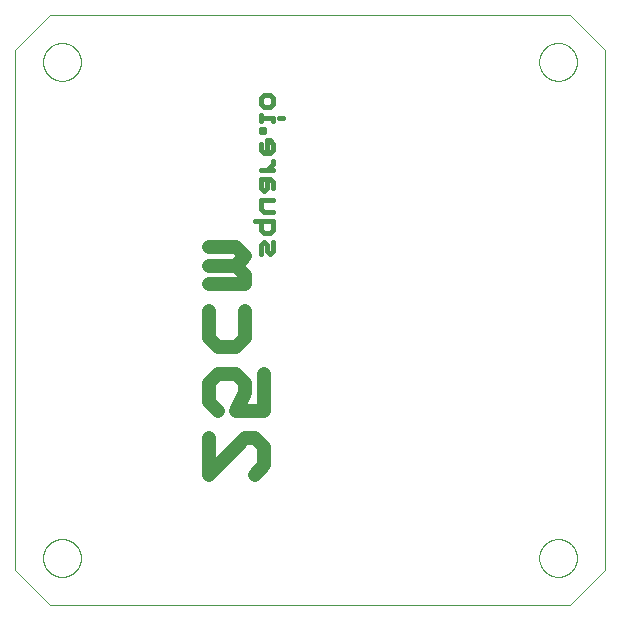
<source format=gbo>
G75*
%MOIN*%
%OFA0B0*%
%FSLAX25Y25*%
%IPPOS*%
%LPD*%
%AMOC8*
5,1,8,0,0,1.08239X$1,22.5*
%
%ADD10C,0.04600*%
%ADD11C,0.01500*%
%ADD12C,0.00000*%
D10*
X0074926Y0052069D02*
X0087203Y0064346D01*
X0090272Y0064346D01*
X0093342Y0061277D01*
X0093342Y0055138D01*
X0090272Y0052069D01*
X0074926Y0052069D02*
X0074926Y0064346D01*
X0077995Y0073247D02*
X0074926Y0076316D01*
X0074926Y0082455D01*
X0077995Y0085524D01*
X0084134Y0085524D01*
X0087203Y0082455D01*
X0087203Y0079386D01*
X0084134Y0073247D01*
X0093342Y0073247D01*
X0093342Y0085524D01*
X0084134Y0094425D02*
X0077995Y0094425D01*
X0074926Y0097494D01*
X0074926Y0106702D01*
X0074926Y0115603D02*
X0087203Y0115603D01*
X0087203Y0118673D01*
X0084134Y0121742D01*
X0087203Y0124811D01*
X0084134Y0127880D01*
X0074926Y0127880D01*
X0074926Y0121742D02*
X0084134Y0121742D01*
X0087203Y0106702D02*
X0087203Y0097494D01*
X0084134Y0094425D01*
D11*
X0092424Y0125533D02*
X0092424Y0128585D01*
X0093442Y0129603D01*
X0094459Y0128585D01*
X0094459Y0126550D01*
X0095477Y0125533D01*
X0096494Y0126550D01*
X0096494Y0129603D01*
X0095477Y0132531D02*
X0093442Y0132531D01*
X0092424Y0133548D01*
X0092424Y0136601D01*
X0090389Y0136601D02*
X0096494Y0136601D01*
X0096494Y0133548D01*
X0095477Y0132531D01*
X0096494Y0139529D02*
X0093442Y0139529D01*
X0092424Y0140546D01*
X0092424Y0143599D01*
X0096494Y0143599D01*
X0093442Y0146527D02*
X0094459Y0147544D01*
X0094459Y0150597D01*
X0095477Y0150597D02*
X0092424Y0150597D01*
X0092424Y0147544D01*
X0093442Y0146527D01*
X0096494Y0147544D02*
X0096494Y0149579D01*
X0095477Y0150597D01*
X0096494Y0153525D02*
X0092424Y0153525D01*
X0094459Y0153525D02*
X0096494Y0155560D01*
X0096494Y0156577D01*
X0095477Y0159356D02*
X0096494Y0160374D01*
X0096494Y0162409D01*
X0095477Y0163427D01*
X0094459Y0163427D01*
X0094459Y0159356D01*
X0093442Y0159356D02*
X0095477Y0159356D01*
X0093442Y0159356D02*
X0092424Y0160374D01*
X0092424Y0162409D01*
X0092424Y0166354D02*
X0092424Y0167372D01*
X0093442Y0167372D01*
X0093442Y0166354D01*
X0092424Y0166354D01*
X0092424Y0169853D02*
X0092424Y0171888D01*
X0092424Y0170871D02*
X0096494Y0170871D01*
X0096494Y0169853D01*
X0098529Y0170871D02*
X0099547Y0170871D01*
X0095477Y0174519D02*
X0096494Y0175536D01*
X0096494Y0177571D01*
X0095477Y0178589D01*
X0093442Y0178589D01*
X0092424Y0177571D01*
X0092424Y0175536D01*
X0093442Y0174519D01*
X0095477Y0174519D01*
D12*
X0010300Y0020311D02*
X0022111Y0008500D01*
X0195339Y0008500D01*
X0207150Y0020311D01*
X0207150Y0193539D01*
X0195339Y0205350D01*
X0022111Y0205350D01*
X0010300Y0193539D01*
X0010300Y0020311D01*
X0019749Y0024248D02*
X0019751Y0024406D01*
X0019757Y0024564D01*
X0019767Y0024722D01*
X0019781Y0024880D01*
X0019799Y0025037D01*
X0019820Y0025194D01*
X0019846Y0025350D01*
X0019876Y0025506D01*
X0019909Y0025661D01*
X0019947Y0025814D01*
X0019988Y0025967D01*
X0020033Y0026119D01*
X0020082Y0026270D01*
X0020135Y0026419D01*
X0020191Y0026567D01*
X0020251Y0026713D01*
X0020315Y0026858D01*
X0020383Y0027001D01*
X0020454Y0027143D01*
X0020528Y0027283D01*
X0020606Y0027420D01*
X0020688Y0027556D01*
X0020772Y0027690D01*
X0020861Y0027821D01*
X0020952Y0027950D01*
X0021047Y0028077D01*
X0021144Y0028202D01*
X0021245Y0028324D01*
X0021349Y0028443D01*
X0021456Y0028560D01*
X0021566Y0028674D01*
X0021679Y0028785D01*
X0021794Y0028894D01*
X0021912Y0028999D01*
X0022033Y0029101D01*
X0022156Y0029201D01*
X0022282Y0029297D01*
X0022410Y0029390D01*
X0022540Y0029480D01*
X0022673Y0029566D01*
X0022808Y0029650D01*
X0022944Y0029729D01*
X0023083Y0029806D01*
X0023224Y0029878D01*
X0023366Y0029948D01*
X0023510Y0030013D01*
X0023656Y0030075D01*
X0023803Y0030133D01*
X0023952Y0030188D01*
X0024102Y0030239D01*
X0024253Y0030286D01*
X0024405Y0030329D01*
X0024558Y0030368D01*
X0024713Y0030404D01*
X0024868Y0030435D01*
X0025024Y0030463D01*
X0025180Y0030487D01*
X0025337Y0030507D01*
X0025495Y0030523D01*
X0025652Y0030535D01*
X0025811Y0030543D01*
X0025969Y0030547D01*
X0026127Y0030547D01*
X0026285Y0030543D01*
X0026444Y0030535D01*
X0026601Y0030523D01*
X0026759Y0030507D01*
X0026916Y0030487D01*
X0027072Y0030463D01*
X0027228Y0030435D01*
X0027383Y0030404D01*
X0027538Y0030368D01*
X0027691Y0030329D01*
X0027843Y0030286D01*
X0027994Y0030239D01*
X0028144Y0030188D01*
X0028293Y0030133D01*
X0028440Y0030075D01*
X0028586Y0030013D01*
X0028730Y0029948D01*
X0028872Y0029878D01*
X0029013Y0029806D01*
X0029152Y0029729D01*
X0029288Y0029650D01*
X0029423Y0029566D01*
X0029556Y0029480D01*
X0029686Y0029390D01*
X0029814Y0029297D01*
X0029940Y0029201D01*
X0030063Y0029101D01*
X0030184Y0028999D01*
X0030302Y0028894D01*
X0030417Y0028785D01*
X0030530Y0028674D01*
X0030640Y0028560D01*
X0030747Y0028443D01*
X0030851Y0028324D01*
X0030952Y0028202D01*
X0031049Y0028077D01*
X0031144Y0027950D01*
X0031235Y0027821D01*
X0031324Y0027690D01*
X0031408Y0027556D01*
X0031490Y0027420D01*
X0031568Y0027283D01*
X0031642Y0027143D01*
X0031713Y0027001D01*
X0031781Y0026858D01*
X0031845Y0026713D01*
X0031905Y0026567D01*
X0031961Y0026419D01*
X0032014Y0026270D01*
X0032063Y0026119D01*
X0032108Y0025967D01*
X0032149Y0025814D01*
X0032187Y0025661D01*
X0032220Y0025506D01*
X0032250Y0025350D01*
X0032276Y0025194D01*
X0032297Y0025037D01*
X0032315Y0024880D01*
X0032329Y0024722D01*
X0032339Y0024564D01*
X0032345Y0024406D01*
X0032347Y0024248D01*
X0032345Y0024090D01*
X0032339Y0023932D01*
X0032329Y0023774D01*
X0032315Y0023616D01*
X0032297Y0023459D01*
X0032276Y0023302D01*
X0032250Y0023146D01*
X0032220Y0022990D01*
X0032187Y0022835D01*
X0032149Y0022682D01*
X0032108Y0022529D01*
X0032063Y0022377D01*
X0032014Y0022226D01*
X0031961Y0022077D01*
X0031905Y0021929D01*
X0031845Y0021783D01*
X0031781Y0021638D01*
X0031713Y0021495D01*
X0031642Y0021353D01*
X0031568Y0021213D01*
X0031490Y0021076D01*
X0031408Y0020940D01*
X0031324Y0020806D01*
X0031235Y0020675D01*
X0031144Y0020546D01*
X0031049Y0020419D01*
X0030952Y0020294D01*
X0030851Y0020172D01*
X0030747Y0020053D01*
X0030640Y0019936D01*
X0030530Y0019822D01*
X0030417Y0019711D01*
X0030302Y0019602D01*
X0030184Y0019497D01*
X0030063Y0019395D01*
X0029940Y0019295D01*
X0029814Y0019199D01*
X0029686Y0019106D01*
X0029556Y0019016D01*
X0029423Y0018930D01*
X0029288Y0018846D01*
X0029152Y0018767D01*
X0029013Y0018690D01*
X0028872Y0018618D01*
X0028730Y0018548D01*
X0028586Y0018483D01*
X0028440Y0018421D01*
X0028293Y0018363D01*
X0028144Y0018308D01*
X0027994Y0018257D01*
X0027843Y0018210D01*
X0027691Y0018167D01*
X0027538Y0018128D01*
X0027383Y0018092D01*
X0027228Y0018061D01*
X0027072Y0018033D01*
X0026916Y0018009D01*
X0026759Y0017989D01*
X0026601Y0017973D01*
X0026444Y0017961D01*
X0026285Y0017953D01*
X0026127Y0017949D01*
X0025969Y0017949D01*
X0025811Y0017953D01*
X0025652Y0017961D01*
X0025495Y0017973D01*
X0025337Y0017989D01*
X0025180Y0018009D01*
X0025024Y0018033D01*
X0024868Y0018061D01*
X0024713Y0018092D01*
X0024558Y0018128D01*
X0024405Y0018167D01*
X0024253Y0018210D01*
X0024102Y0018257D01*
X0023952Y0018308D01*
X0023803Y0018363D01*
X0023656Y0018421D01*
X0023510Y0018483D01*
X0023366Y0018548D01*
X0023224Y0018618D01*
X0023083Y0018690D01*
X0022944Y0018767D01*
X0022808Y0018846D01*
X0022673Y0018930D01*
X0022540Y0019016D01*
X0022410Y0019106D01*
X0022282Y0019199D01*
X0022156Y0019295D01*
X0022033Y0019395D01*
X0021912Y0019497D01*
X0021794Y0019602D01*
X0021679Y0019711D01*
X0021566Y0019822D01*
X0021456Y0019936D01*
X0021349Y0020053D01*
X0021245Y0020172D01*
X0021144Y0020294D01*
X0021047Y0020419D01*
X0020952Y0020546D01*
X0020861Y0020675D01*
X0020772Y0020806D01*
X0020688Y0020940D01*
X0020606Y0021076D01*
X0020528Y0021213D01*
X0020454Y0021353D01*
X0020383Y0021495D01*
X0020315Y0021638D01*
X0020251Y0021783D01*
X0020191Y0021929D01*
X0020135Y0022077D01*
X0020082Y0022226D01*
X0020033Y0022377D01*
X0019988Y0022529D01*
X0019947Y0022682D01*
X0019909Y0022835D01*
X0019876Y0022990D01*
X0019846Y0023146D01*
X0019820Y0023302D01*
X0019799Y0023459D01*
X0019781Y0023616D01*
X0019767Y0023774D01*
X0019757Y0023932D01*
X0019751Y0024090D01*
X0019749Y0024248D01*
X0019749Y0189602D02*
X0019751Y0189760D01*
X0019757Y0189918D01*
X0019767Y0190076D01*
X0019781Y0190234D01*
X0019799Y0190391D01*
X0019820Y0190548D01*
X0019846Y0190704D01*
X0019876Y0190860D01*
X0019909Y0191015D01*
X0019947Y0191168D01*
X0019988Y0191321D01*
X0020033Y0191473D01*
X0020082Y0191624D01*
X0020135Y0191773D01*
X0020191Y0191921D01*
X0020251Y0192067D01*
X0020315Y0192212D01*
X0020383Y0192355D01*
X0020454Y0192497D01*
X0020528Y0192637D01*
X0020606Y0192774D01*
X0020688Y0192910D01*
X0020772Y0193044D01*
X0020861Y0193175D01*
X0020952Y0193304D01*
X0021047Y0193431D01*
X0021144Y0193556D01*
X0021245Y0193678D01*
X0021349Y0193797D01*
X0021456Y0193914D01*
X0021566Y0194028D01*
X0021679Y0194139D01*
X0021794Y0194248D01*
X0021912Y0194353D01*
X0022033Y0194455D01*
X0022156Y0194555D01*
X0022282Y0194651D01*
X0022410Y0194744D01*
X0022540Y0194834D01*
X0022673Y0194920D01*
X0022808Y0195004D01*
X0022944Y0195083D01*
X0023083Y0195160D01*
X0023224Y0195232D01*
X0023366Y0195302D01*
X0023510Y0195367D01*
X0023656Y0195429D01*
X0023803Y0195487D01*
X0023952Y0195542D01*
X0024102Y0195593D01*
X0024253Y0195640D01*
X0024405Y0195683D01*
X0024558Y0195722D01*
X0024713Y0195758D01*
X0024868Y0195789D01*
X0025024Y0195817D01*
X0025180Y0195841D01*
X0025337Y0195861D01*
X0025495Y0195877D01*
X0025652Y0195889D01*
X0025811Y0195897D01*
X0025969Y0195901D01*
X0026127Y0195901D01*
X0026285Y0195897D01*
X0026444Y0195889D01*
X0026601Y0195877D01*
X0026759Y0195861D01*
X0026916Y0195841D01*
X0027072Y0195817D01*
X0027228Y0195789D01*
X0027383Y0195758D01*
X0027538Y0195722D01*
X0027691Y0195683D01*
X0027843Y0195640D01*
X0027994Y0195593D01*
X0028144Y0195542D01*
X0028293Y0195487D01*
X0028440Y0195429D01*
X0028586Y0195367D01*
X0028730Y0195302D01*
X0028872Y0195232D01*
X0029013Y0195160D01*
X0029152Y0195083D01*
X0029288Y0195004D01*
X0029423Y0194920D01*
X0029556Y0194834D01*
X0029686Y0194744D01*
X0029814Y0194651D01*
X0029940Y0194555D01*
X0030063Y0194455D01*
X0030184Y0194353D01*
X0030302Y0194248D01*
X0030417Y0194139D01*
X0030530Y0194028D01*
X0030640Y0193914D01*
X0030747Y0193797D01*
X0030851Y0193678D01*
X0030952Y0193556D01*
X0031049Y0193431D01*
X0031144Y0193304D01*
X0031235Y0193175D01*
X0031324Y0193044D01*
X0031408Y0192910D01*
X0031490Y0192774D01*
X0031568Y0192637D01*
X0031642Y0192497D01*
X0031713Y0192355D01*
X0031781Y0192212D01*
X0031845Y0192067D01*
X0031905Y0191921D01*
X0031961Y0191773D01*
X0032014Y0191624D01*
X0032063Y0191473D01*
X0032108Y0191321D01*
X0032149Y0191168D01*
X0032187Y0191015D01*
X0032220Y0190860D01*
X0032250Y0190704D01*
X0032276Y0190548D01*
X0032297Y0190391D01*
X0032315Y0190234D01*
X0032329Y0190076D01*
X0032339Y0189918D01*
X0032345Y0189760D01*
X0032347Y0189602D01*
X0032345Y0189444D01*
X0032339Y0189286D01*
X0032329Y0189128D01*
X0032315Y0188970D01*
X0032297Y0188813D01*
X0032276Y0188656D01*
X0032250Y0188500D01*
X0032220Y0188344D01*
X0032187Y0188189D01*
X0032149Y0188036D01*
X0032108Y0187883D01*
X0032063Y0187731D01*
X0032014Y0187580D01*
X0031961Y0187431D01*
X0031905Y0187283D01*
X0031845Y0187137D01*
X0031781Y0186992D01*
X0031713Y0186849D01*
X0031642Y0186707D01*
X0031568Y0186567D01*
X0031490Y0186430D01*
X0031408Y0186294D01*
X0031324Y0186160D01*
X0031235Y0186029D01*
X0031144Y0185900D01*
X0031049Y0185773D01*
X0030952Y0185648D01*
X0030851Y0185526D01*
X0030747Y0185407D01*
X0030640Y0185290D01*
X0030530Y0185176D01*
X0030417Y0185065D01*
X0030302Y0184956D01*
X0030184Y0184851D01*
X0030063Y0184749D01*
X0029940Y0184649D01*
X0029814Y0184553D01*
X0029686Y0184460D01*
X0029556Y0184370D01*
X0029423Y0184284D01*
X0029288Y0184200D01*
X0029152Y0184121D01*
X0029013Y0184044D01*
X0028872Y0183972D01*
X0028730Y0183902D01*
X0028586Y0183837D01*
X0028440Y0183775D01*
X0028293Y0183717D01*
X0028144Y0183662D01*
X0027994Y0183611D01*
X0027843Y0183564D01*
X0027691Y0183521D01*
X0027538Y0183482D01*
X0027383Y0183446D01*
X0027228Y0183415D01*
X0027072Y0183387D01*
X0026916Y0183363D01*
X0026759Y0183343D01*
X0026601Y0183327D01*
X0026444Y0183315D01*
X0026285Y0183307D01*
X0026127Y0183303D01*
X0025969Y0183303D01*
X0025811Y0183307D01*
X0025652Y0183315D01*
X0025495Y0183327D01*
X0025337Y0183343D01*
X0025180Y0183363D01*
X0025024Y0183387D01*
X0024868Y0183415D01*
X0024713Y0183446D01*
X0024558Y0183482D01*
X0024405Y0183521D01*
X0024253Y0183564D01*
X0024102Y0183611D01*
X0023952Y0183662D01*
X0023803Y0183717D01*
X0023656Y0183775D01*
X0023510Y0183837D01*
X0023366Y0183902D01*
X0023224Y0183972D01*
X0023083Y0184044D01*
X0022944Y0184121D01*
X0022808Y0184200D01*
X0022673Y0184284D01*
X0022540Y0184370D01*
X0022410Y0184460D01*
X0022282Y0184553D01*
X0022156Y0184649D01*
X0022033Y0184749D01*
X0021912Y0184851D01*
X0021794Y0184956D01*
X0021679Y0185065D01*
X0021566Y0185176D01*
X0021456Y0185290D01*
X0021349Y0185407D01*
X0021245Y0185526D01*
X0021144Y0185648D01*
X0021047Y0185773D01*
X0020952Y0185900D01*
X0020861Y0186029D01*
X0020772Y0186160D01*
X0020688Y0186294D01*
X0020606Y0186430D01*
X0020528Y0186567D01*
X0020454Y0186707D01*
X0020383Y0186849D01*
X0020315Y0186992D01*
X0020251Y0187137D01*
X0020191Y0187283D01*
X0020135Y0187431D01*
X0020082Y0187580D01*
X0020033Y0187731D01*
X0019988Y0187883D01*
X0019947Y0188036D01*
X0019909Y0188189D01*
X0019876Y0188344D01*
X0019846Y0188500D01*
X0019820Y0188656D01*
X0019799Y0188813D01*
X0019781Y0188970D01*
X0019767Y0189128D01*
X0019757Y0189286D01*
X0019751Y0189444D01*
X0019749Y0189602D01*
X0185103Y0189602D02*
X0185105Y0189760D01*
X0185111Y0189918D01*
X0185121Y0190076D01*
X0185135Y0190234D01*
X0185153Y0190391D01*
X0185174Y0190548D01*
X0185200Y0190704D01*
X0185230Y0190860D01*
X0185263Y0191015D01*
X0185301Y0191168D01*
X0185342Y0191321D01*
X0185387Y0191473D01*
X0185436Y0191624D01*
X0185489Y0191773D01*
X0185545Y0191921D01*
X0185605Y0192067D01*
X0185669Y0192212D01*
X0185737Y0192355D01*
X0185808Y0192497D01*
X0185882Y0192637D01*
X0185960Y0192774D01*
X0186042Y0192910D01*
X0186126Y0193044D01*
X0186215Y0193175D01*
X0186306Y0193304D01*
X0186401Y0193431D01*
X0186498Y0193556D01*
X0186599Y0193678D01*
X0186703Y0193797D01*
X0186810Y0193914D01*
X0186920Y0194028D01*
X0187033Y0194139D01*
X0187148Y0194248D01*
X0187266Y0194353D01*
X0187387Y0194455D01*
X0187510Y0194555D01*
X0187636Y0194651D01*
X0187764Y0194744D01*
X0187894Y0194834D01*
X0188027Y0194920D01*
X0188162Y0195004D01*
X0188298Y0195083D01*
X0188437Y0195160D01*
X0188578Y0195232D01*
X0188720Y0195302D01*
X0188864Y0195367D01*
X0189010Y0195429D01*
X0189157Y0195487D01*
X0189306Y0195542D01*
X0189456Y0195593D01*
X0189607Y0195640D01*
X0189759Y0195683D01*
X0189912Y0195722D01*
X0190067Y0195758D01*
X0190222Y0195789D01*
X0190378Y0195817D01*
X0190534Y0195841D01*
X0190691Y0195861D01*
X0190849Y0195877D01*
X0191006Y0195889D01*
X0191165Y0195897D01*
X0191323Y0195901D01*
X0191481Y0195901D01*
X0191639Y0195897D01*
X0191798Y0195889D01*
X0191955Y0195877D01*
X0192113Y0195861D01*
X0192270Y0195841D01*
X0192426Y0195817D01*
X0192582Y0195789D01*
X0192737Y0195758D01*
X0192892Y0195722D01*
X0193045Y0195683D01*
X0193197Y0195640D01*
X0193348Y0195593D01*
X0193498Y0195542D01*
X0193647Y0195487D01*
X0193794Y0195429D01*
X0193940Y0195367D01*
X0194084Y0195302D01*
X0194226Y0195232D01*
X0194367Y0195160D01*
X0194506Y0195083D01*
X0194642Y0195004D01*
X0194777Y0194920D01*
X0194910Y0194834D01*
X0195040Y0194744D01*
X0195168Y0194651D01*
X0195294Y0194555D01*
X0195417Y0194455D01*
X0195538Y0194353D01*
X0195656Y0194248D01*
X0195771Y0194139D01*
X0195884Y0194028D01*
X0195994Y0193914D01*
X0196101Y0193797D01*
X0196205Y0193678D01*
X0196306Y0193556D01*
X0196403Y0193431D01*
X0196498Y0193304D01*
X0196589Y0193175D01*
X0196678Y0193044D01*
X0196762Y0192910D01*
X0196844Y0192774D01*
X0196922Y0192637D01*
X0196996Y0192497D01*
X0197067Y0192355D01*
X0197135Y0192212D01*
X0197199Y0192067D01*
X0197259Y0191921D01*
X0197315Y0191773D01*
X0197368Y0191624D01*
X0197417Y0191473D01*
X0197462Y0191321D01*
X0197503Y0191168D01*
X0197541Y0191015D01*
X0197574Y0190860D01*
X0197604Y0190704D01*
X0197630Y0190548D01*
X0197651Y0190391D01*
X0197669Y0190234D01*
X0197683Y0190076D01*
X0197693Y0189918D01*
X0197699Y0189760D01*
X0197701Y0189602D01*
X0197699Y0189444D01*
X0197693Y0189286D01*
X0197683Y0189128D01*
X0197669Y0188970D01*
X0197651Y0188813D01*
X0197630Y0188656D01*
X0197604Y0188500D01*
X0197574Y0188344D01*
X0197541Y0188189D01*
X0197503Y0188036D01*
X0197462Y0187883D01*
X0197417Y0187731D01*
X0197368Y0187580D01*
X0197315Y0187431D01*
X0197259Y0187283D01*
X0197199Y0187137D01*
X0197135Y0186992D01*
X0197067Y0186849D01*
X0196996Y0186707D01*
X0196922Y0186567D01*
X0196844Y0186430D01*
X0196762Y0186294D01*
X0196678Y0186160D01*
X0196589Y0186029D01*
X0196498Y0185900D01*
X0196403Y0185773D01*
X0196306Y0185648D01*
X0196205Y0185526D01*
X0196101Y0185407D01*
X0195994Y0185290D01*
X0195884Y0185176D01*
X0195771Y0185065D01*
X0195656Y0184956D01*
X0195538Y0184851D01*
X0195417Y0184749D01*
X0195294Y0184649D01*
X0195168Y0184553D01*
X0195040Y0184460D01*
X0194910Y0184370D01*
X0194777Y0184284D01*
X0194642Y0184200D01*
X0194506Y0184121D01*
X0194367Y0184044D01*
X0194226Y0183972D01*
X0194084Y0183902D01*
X0193940Y0183837D01*
X0193794Y0183775D01*
X0193647Y0183717D01*
X0193498Y0183662D01*
X0193348Y0183611D01*
X0193197Y0183564D01*
X0193045Y0183521D01*
X0192892Y0183482D01*
X0192737Y0183446D01*
X0192582Y0183415D01*
X0192426Y0183387D01*
X0192270Y0183363D01*
X0192113Y0183343D01*
X0191955Y0183327D01*
X0191798Y0183315D01*
X0191639Y0183307D01*
X0191481Y0183303D01*
X0191323Y0183303D01*
X0191165Y0183307D01*
X0191006Y0183315D01*
X0190849Y0183327D01*
X0190691Y0183343D01*
X0190534Y0183363D01*
X0190378Y0183387D01*
X0190222Y0183415D01*
X0190067Y0183446D01*
X0189912Y0183482D01*
X0189759Y0183521D01*
X0189607Y0183564D01*
X0189456Y0183611D01*
X0189306Y0183662D01*
X0189157Y0183717D01*
X0189010Y0183775D01*
X0188864Y0183837D01*
X0188720Y0183902D01*
X0188578Y0183972D01*
X0188437Y0184044D01*
X0188298Y0184121D01*
X0188162Y0184200D01*
X0188027Y0184284D01*
X0187894Y0184370D01*
X0187764Y0184460D01*
X0187636Y0184553D01*
X0187510Y0184649D01*
X0187387Y0184749D01*
X0187266Y0184851D01*
X0187148Y0184956D01*
X0187033Y0185065D01*
X0186920Y0185176D01*
X0186810Y0185290D01*
X0186703Y0185407D01*
X0186599Y0185526D01*
X0186498Y0185648D01*
X0186401Y0185773D01*
X0186306Y0185900D01*
X0186215Y0186029D01*
X0186126Y0186160D01*
X0186042Y0186294D01*
X0185960Y0186430D01*
X0185882Y0186567D01*
X0185808Y0186707D01*
X0185737Y0186849D01*
X0185669Y0186992D01*
X0185605Y0187137D01*
X0185545Y0187283D01*
X0185489Y0187431D01*
X0185436Y0187580D01*
X0185387Y0187731D01*
X0185342Y0187883D01*
X0185301Y0188036D01*
X0185263Y0188189D01*
X0185230Y0188344D01*
X0185200Y0188500D01*
X0185174Y0188656D01*
X0185153Y0188813D01*
X0185135Y0188970D01*
X0185121Y0189128D01*
X0185111Y0189286D01*
X0185105Y0189444D01*
X0185103Y0189602D01*
X0185103Y0024248D02*
X0185105Y0024406D01*
X0185111Y0024564D01*
X0185121Y0024722D01*
X0185135Y0024880D01*
X0185153Y0025037D01*
X0185174Y0025194D01*
X0185200Y0025350D01*
X0185230Y0025506D01*
X0185263Y0025661D01*
X0185301Y0025814D01*
X0185342Y0025967D01*
X0185387Y0026119D01*
X0185436Y0026270D01*
X0185489Y0026419D01*
X0185545Y0026567D01*
X0185605Y0026713D01*
X0185669Y0026858D01*
X0185737Y0027001D01*
X0185808Y0027143D01*
X0185882Y0027283D01*
X0185960Y0027420D01*
X0186042Y0027556D01*
X0186126Y0027690D01*
X0186215Y0027821D01*
X0186306Y0027950D01*
X0186401Y0028077D01*
X0186498Y0028202D01*
X0186599Y0028324D01*
X0186703Y0028443D01*
X0186810Y0028560D01*
X0186920Y0028674D01*
X0187033Y0028785D01*
X0187148Y0028894D01*
X0187266Y0028999D01*
X0187387Y0029101D01*
X0187510Y0029201D01*
X0187636Y0029297D01*
X0187764Y0029390D01*
X0187894Y0029480D01*
X0188027Y0029566D01*
X0188162Y0029650D01*
X0188298Y0029729D01*
X0188437Y0029806D01*
X0188578Y0029878D01*
X0188720Y0029948D01*
X0188864Y0030013D01*
X0189010Y0030075D01*
X0189157Y0030133D01*
X0189306Y0030188D01*
X0189456Y0030239D01*
X0189607Y0030286D01*
X0189759Y0030329D01*
X0189912Y0030368D01*
X0190067Y0030404D01*
X0190222Y0030435D01*
X0190378Y0030463D01*
X0190534Y0030487D01*
X0190691Y0030507D01*
X0190849Y0030523D01*
X0191006Y0030535D01*
X0191165Y0030543D01*
X0191323Y0030547D01*
X0191481Y0030547D01*
X0191639Y0030543D01*
X0191798Y0030535D01*
X0191955Y0030523D01*
X0192113Y0030507D01*
X0192270Y0030487D01*
X0192426Y0030463D01*
X0192582Y0030435D01*
X0192737Y0030404D01*
X0192892Y0030368D01*
X0193045Y0030329D01*
X0193197Y0030286D01*
X0193348Y0030239D01*
X0193498Y0030188D01*
X0193647Y0030133D01*
X0193794Y0030075D01*
X0193940Y0030013D01*
X0194084Y0029948D01*
X0194226Y0029878D01*
X0194367Y0029806D01*
X0194506Y0029729D01*
X0194642Y0029650D01*
X0194777Y0029566D01*
X0194910Y0029480D01*
X0195040Y0029390D01*
X0195168Y0029297D01*
X0195294Y0029201D01*
X0195417Y0029101D01*
X0195538Y0028999D01*
X0195656Y0028894D01*
X0195771Y0028785D01*
X0195884Y0028674D01*
X0195994Y0028560D01*
X0196101Y0028443D01*
X0196205Y0028324D01*
X0196306Y0028202D01*
X0196403Y0028077D01*
X0196498Y0027950D01*
X0196589Y0027821D01*
X0196678Y0027690D01*
X0196762Y0027556D01*
X0196844Y0027420D01*
X0196922Y0027283D01*
X0196996Y0027143D01*
X0197067Y0027001D01*
X0197135Y0026858D01*
X0197199Y0026713D01*
X0197259Y0026567D01*
X0197315Y0026419D01*
X0197368Y0026270D01*
X0197417Y0026119D01*
X0197462Y0025967D01*
X0197503Y0025814D01*
X0197541Y0025661D01*
X0197574Y0025506D01*
X0197604Y0025350D01*
X0197630Y0025194D01*
X0197651Y0025037D01*
X0197669Y0024880D01*
X0197683Y0024722D01*
X0197693Y0024564D01*
X0197699Y0024406D01*
X0197701Y0024248D01*
X0197699Y0024090D01*
X0197693Y0023932D01*
X0197683Y0023774D01*
X0197669Y0023616D01*
X0197651Y0023459D01*
X0197630Y0023302D01*
X0197604Y0023146D01*
X0197574Y0022990D01*
X0197541Y0022835D01*
X0197503Y0022682D01*
X0197462Y0022529D01*
X0197417Y0022377D01*
X0197368Y0022226D01*
X0197315Y0022077D01*
X0197259Y0021929D01*
X0197199Y0021783D01*
X0197135Y0021638D01*
X0197067Y0021495D01*
X0196996Y0021353D01*
X0196922Y0021213D01*
X0196844Y0021076D01*
X0196762Y0020940D01*
X0196678Y0020806D01*
X0196589Y0020675D01*
X0196498Y0020546D01*
X0196403Y0020419D01*
X0196306Y0020294D01*
X0196205Y0020172D01*
X0196101Y0020053D01*
X0195994Y0019936D01*
X0195884Y0019822D01*
X0195771Y0019711D01*
X0195656Y0019602D01*
X0195538Y0019497D01*
X0195417Y0019395D01*
X0195294Y0019295D01*
X0195168Y0019199D01*
X0195040Y0019106D01*
X0194910Y0019016D01*
X0194777Y0018930D01*
X0194642Y0018846D01*
X0194506Y0018767D01*
X0194367Y0018690D01*
X0194226Y0018618D01*
X0194084Y0018548D01*
X0193940Y0018483D01*
X0193794Y0018421D01*
X0193647Y0018363D01*
X0193498Y0018308D01*
X0193348Y0018257D01*
X0193197Y0018210D01*
X0193045Y0018167D01*
X0192892Y0018128D01*
X0192737Y0018092D01*
X0192582Y0018061D01*
X0192426Y0018033D01*
X0192270Y0018009D01*
X0192113Y0017989D01*
X0191955Y0017973D01*
X0191798Y0017961D01*
X0191639Y0017953D01*
X0191481Y0017949D01*
X0191323Y0017949D01*
X0191165Y0017953D01*
X0191006Y0017961D01*
X0190849Y0017973D01*
X0190691Y0017989D01*
X0190534Y0018009D01*
X0190378Y0018033D01*
X0190222Y0018061D01*
X0190067Y0018092D01*
X0189912Y0018128D01*
X0189759Y0018167D01*
X0189607Y0018210D01*
X0189456Y0018257D01*
X0189306Y0018308D01*
X0189157Y0018363D01*
X0189010Y0018421D01*
X0188864Y0018483D01*
X0188720Y0018548D01*
X0188578Y0018618D01*
X0188437Y0018690D01*
X0188298Y0018767D01*
X0188162Y0018846D01*
X0188027Y0018930D01*
X0187894Y0019016D01*
X0187764Y0019106D01*
X0187636Y0019199D01*
X0187510Y0019295D01*
X0187387Y0019395D01*
X0187266Y0019497D01*
X0187148Y0019602D01*
X0187033Y0019711D01*
X0186920Y0019822D01*
X0186810Y0019936D01*
X0186703Y0020053D01*
X0186599Y0020172D01*
X0186498Y0020294D01*
X0186401Y0020419D01*
X0186306Y0020546D01*
X0186215Y0020675D01*
X0186126Y0020806D01*
X0186042Y0020940D01*
X0185960Y0021076D01*
X0185882Y0021213D01*
X0185808Y0021353D01*
X0185737Y0021495D01*
X0185669Y0021638D01*
X0185605Y0021783D01*
X0185545Y0021929D01*
X0185489Y0022077D01*
X0185436Y0022226D01*
X0185387Y0022377D01*
X0185342Y0022529D01*
X0185301Y0022682D01*
X0185263Y0022835D01*
X0185230Y0022990D01*
X0185200Y0023146D01*
X0185174Y0023302D01*
X0185153Y0023459D01*
X0185135Y0023616D01*
X0185121Y0023774D01*
X0185111Y0023932D01*
X0185105Y0024090D01*
X0185103Y0024248D01*
M02*

</source>
